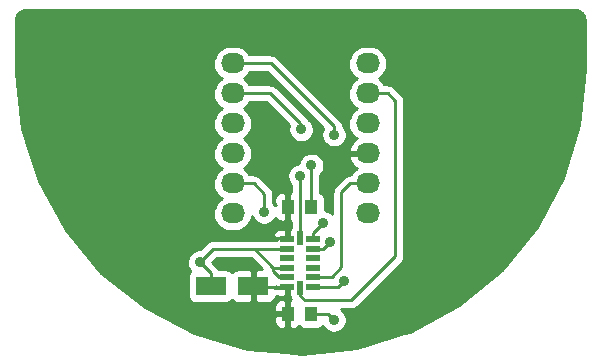
<source format=gtl>
G04 #@! TF.FileFunction,Copper,L1,Top,Signal*
%FSLAX46Y46*%
G04 Gerber Fmt 4.6, Leading zero omitted, Abs format (unit mm)*
G04 Created by KiCad (PCBNEW (2015-04-22 BZR 5620)-product) date 02/01/2016 09:16:18*
%MOMM*%
G01*
G04 APERTURE LIST*
%ADD10C,0.100000*%
%ADD11O,2.032000X1.727200*%
%ADD12R,2.600960X1.600200*%
%ADD13R,1.000000X1.250000*%
%ADD14R,1.145000X0.550000*%
%ADD15R,0.550000X1.145000*%
%ADD16C,0.889000*%
%ADD17C,0.254000*%
G04 APERTURE END LIST*
D10*
D11*
X202565000Y-103632000D03*
X202565000Y-106172000D03*
X202565000Y-108712000D03*
X202565000Y-111252000D03*
X202565000Y-113792000D03*
X202565000Y-116332000D03*
X213995000Y-103632000D03*
X213995000Y-106172000D03*
X213995000Y-108712000D03*
X213995000Y-111252000D03*
X213995000Y-113792000D03*
X213995000Y-116332000D03*
D12*
X204302360Y-122491500D03*
X200700640Y-122491500D03*
D13*
X209216500Y-115760500D03*
X207216500Y-115760500D03*
X207216500Y-124841000D03*
X209216500Y-124841000D03*
D14*
X207182500Y-118523000D03*
X207182500Y-122523000D03*
D15*
X208280000Y-118425500D03*
D14*
X207182500Y-119323000D03*
X207182500Y-121723000D03*
X207182500Y-120923000D03*
X209377500Y-118523000D03*
X209377500Y-122523000D03*
X209377500Y-119323000D03*
X209377500Y-121723000D03*
X209377500Y-120923000D03*
X207182500Y-120123000D03*
X209377500Y-120123000D03*
D15*
X208280000Y-122620500D03*
D16*
X211137500Y-125349000D03*
X199771000Y-120459500D03*
X209232500Y-112268000D03*
X211137500Y-109664500D03*
X210820000Y-118745000D03*
X208280000Y-113157000D03*
X208343500Y-109220000D03*
X205232000Y-116205000D03*
X211963000Y-122047000D03*
X210248500Y-117157500D03*
D17*
X210629500Y-124841000D02*
X211137500Y-125349000D01*
X209216500Y-124841000D02*
X210629500Y-124841000D01*
X200907500Y-119323000D02*
X199771000Y-120459500D01*
X200700640Y-121389140D02*
X200700640Y-122491500D01*
X200700640Y-121389140D02*
X199771000Y-120459500D01*
X204413000Y-119323000D02*
X200907500Y-119323000D01*
X207182500Y-119323000D02*
X204413000Y-119323000D01*
X206013000Y-120923000D02*
X204413000Y-119323000D01*
X207182500Y-120923000D02*
X206013000Y-120923000D01*
X207182500Y-121723000D02*
X206813000Y-121723000D01*
X206495500Y-121723000D02*
X206013000Y-121240500D01*
X206013000Y-121240500D02*
X206013000Y-120923000D01*
X207182500Y-121723000D02*
X206495500Y-121723000D01*
X209216500Y-112284000D02*
X209232500Y-112268000D01*
X209216500Y-115760500D02*
X209216500Y-112284000D01*
X207216500Y-122557000D02*
X207182500Y-122523000D01*
X207216500Y-124841000D02*
X207216500Y-122557000D01*
X204333860Y-122523000D02*
X204302360Y-122491500D01*
X207182500Y-122523000D02*
X204333860Y-122523000D01*
X207216500Y-118489000D02*
X207182500Y-118523000D01*
X207216500Y-115760500D02*
X207216500Y-118489000D01*
X211137500Y-108966000D02*
X205803500Y-103632000D01*
X205803500Y-103632000D02*
X202565000Y-103632000D01*
X211137500Y-109664500D02*
X211137500Y-108966000D01*
X210248500Y-119316500D02*
X210820000Y-118745000D01*
X209384000Y-119316500D02*
X210248500Y-119316500D01*
X209377500Y-119323000D02*
X209384000Y-119316500D01*
X208343500Y-109220000D02*
X208280000Y-109156500D01*
X208280000Y-109156500D02*
X208280000Y-108712000D01*
X205740000Y-106172000D02*
X202565000Y-106172000D01*
X208280000Y-108712000D02*
X205740000Y-106172000D01*
X208280000Y-118425500D02*
X208280000Y-113157000D01*
X205232000Y-116205000D02*
X205232000Y-114681000D01*
X205232000Y-114681000D02*
X204343000Y-113792000D01*
X204343000Y-113792000D02*
X202565000Y-113792000D01*
X209377500Y-122523000D02*
X211487000Y-122523000D01*
X211487000Y-122523000D02*
X211963000Y-122047000D01*
X209377500Y-118028500D02*
X209377500Y-118523000D01*
X209377500Y-118028500D02*
X210248500Y-117157500D01*
X208280000Y-123317000D02*
X208661000Y-123698000D01*
X208661000Y-123698000D02*
X212598000Y-123698000D01*
X212598000Y-123698000D02*
X216344500Y-119951500D01*
X216344500Y-119951500D02*
X216344500Y-106807000D01*
X216344500Y-106807000D02*
X215709500Y-106172000D01*
X215709500Y-106172000D02*
X213995000Y-106172000D01*
X208280000Y-122620500D02*
X208280000Y-123317000D01*
X210953500Y-121723000D02*
X211772500Y-120904000D01*
X211772500Y-120904000D02*
X211772500Y-114554000D01*
X211772500Y-114554000D02*
X212534500Y-113792000D01*
X212534500Y-113792000D02*
X213995000Y-113792000D01*
X209377500Y-121723000D02*
X210953500Y-121723000D01*
G36*
X232360000Y-104106495D02*
X231898177Y-108816525D01*
X230540031Y-113314924D01*
X228334008Y-117463850D01*
X225364132Y-121105276D01*
X221743527Y-124100501D01*
X217610103Y-126335435D01*
X217106500Y-126491326D01*
X217106500Y-119951500D01*
X217106500Y-106807000D01*
X217099630Y-106736936D01*
X217093497Y-106666830D01*
X217092379Y-106662982D01*
X217091988Y-106658993D01*
X217071649Y-106591627D01*
X217052007Y-106524018D01*
X217050161Y-106520457D01*
X217049004Y-106516624D01*
X217015962Y-106454482D01*
X216983567Y-106391986D01*
X216981068Y-106388855D01*
X216979186Y-106385316D01*
X216934699Y-106330769D01*
X216890786Y-106275760D01*
X216885284Y-106270181D01*
X216885193Y-106270069D01*
X216885089Y-106269983D01*
X216883316Y-106268185D01*
X216248315Y-105633185D01*
X216193900Y-105588487D01*
X216140005Y-105543264D01*
X216136497Y-105541335D01*
X216133397Y-105538789D01*
X216071331Y-105505510D01*
X216009684Y-105471619D01*
X216005863Y-105470407D01*
X216002333Y-105468514D01*
X215935035Y-105447939D01*
X215867929Y-105426652D01*
X215863945Y-105426205D01*
X215860115Y-105425034D01*
X215790127Y-105417924D01*
X215720139Y-105410074D01*
X215712302Y-105410019D01*
X215712160Y-105410005D01*
X215712026Y-105410017D01*
X215709500Y-105410000D01*
X215439986Y-105410000D01*
X215409363Y-105351422D01*
X215226097Y-105123485D01*
X215002048Y-104935485D01*
X214942413Y-104902700D01*
X214984701Y-104880216D01*
X215211353Y-104695363D01*
X215397784Y-104470006D01*
X215536892Y-104212731D01*
X215623379Y-103933335D01*
X215653951Y-103642462D01*
X215627444Y-103351190D01*
X215544866Y-103070615D01*
X215409363Y-102811422D01*
X215226097Y-102583485D01*
X215002048Y-102395485D01*
X214745749Y-102254584D01*
X214466964Y-102166148D01*
X214176312Y-102133546D01*
X214155388Y-102133400D01*
X213834612Y-102133400D01*
X213543532Y-102161941D01*
X213263540Y-102246475D01*
X213005299Y-102383784D01*
X212778647Y-102568637D01*
X212592216Y-102793994D01*
X212453108Y-103051269D01*
X212366621Y-103330665D01*
X212336049Y-103621538D01*
X212362556Y-103912810D01*
X212445134Y-104193385D01*
X212580637Y-104452578D01*
X212763903Y-104680515D01*
X212987952Y-104868515D01*
X213047586Y-104901299D01*
X213005299Y-104923784D01*
X212778647Y-105108637D01*
X212592216Y-105333994D01*
X212453108Y-105591269D01*
X212366621Y-105870665D01*
X212336049Y-106161538D01*
X212362556Y-106452810D01*
X212445134Y-106733385D01*
X212580637Y-106992578D01*
X212763903Y-107220515D01*
X212987952Y-107408515D01*
X213047586Y-107441299D01*
X213005299Y-107463784D01*
X212778647Y-107648637D01*
X212592216Y-107873994D01*
X212453108Y-108131269D01*
X212366621Y-108410665D01*
X212336049Y-108701538D01*
X212362556Y-108992810D01*
X212445134Y-109273385D01*
X212580637Y-109532578D01*
X212763903Y-109760515D01*
X212987952Y-109948515D01*
X213049872Y-109982555D01*
X212843271Y-110133514D01*
X212644267Y-110349965D01*
X212491314Y-110601081D01*
X212390291Y-110877211D01*
X212387642Y-110892974D01*
X212508783Y-111125000D01*
X213868000Y-111125000D01*
X213868000Y-111105000D01*
X214122000Y-111105000D01*
X214122000Y-111125000D01*
X214142000Y-111125000D01*
X214142000Y-111379000D01*
X214122000Y-111379000D01*
X214122000Y-111399000D01*
X213868000Y-111399000D01*
X213868000Y-111379000D01*
X212508783Y-111379000D01*
X212387642Y-111611026D01*
X212390291Y-111626789D01*
X212491314Y-111902919D01*
X212644267Y-112154035D01*
X212843271Y-112370486D01*
X213048794Y-112520656D01*
X213005299Y-112543784D01*
X212778647Y-112728637D01*
X212592216Y-112953994D01*
X212551119Y-113030000D01*
X212534500Y-113030000D01*
X212464436Y-113036869D01*
X212394330Y-113043003D01*
X212390482Y-113044120D01*
X212386493Y-113044512D01*
X212319081Y-113064864D01*
X212251518Y-113084494D01*
X212247962Y-113086337D01*
X212244124Y-113087496D01*
X212217046Y-113101893D01*
X212217046Y-109558650D01*
X212175926Y-109350981D01*
X212095254Y-109155253D01*
X211978100Y-108978923D01*
X211892334Y-108892556D01*
X211886496Y-108825829D01*
X211885379Y-108821985D01*
X211884988Y-108817993D01*
X211864626Y-108750552D01*
X211845006Y-108683018D01*
X211843162Y-108679462D01*
X211842004Y-108675624D01*
X211808954Y-108613467D01*
X211776567Y-108550985D01*
X211774066Y-108547852D01*
X211772186Y-108544316D01*
X211727716Y-108489791D01*
X211683786Y-108434760D01*
X211678287Y-108429185D01*
X211678193Y-108429069D01*
X211678085Y-108428979D01*
X211676315Y-108427185D01*
X206342315Y-103093185D01*
X206287900Y-103048487D01*
X206234005Y-103003264D01*
X206230497Y-103001335D01*
X206227397Y-102998789D01*
X206165331Y-102965510D01*
X206103684Y-102931619D01*
X206099863Y-102930407D01*
X206096333Y-102928514D01*
X206029035Y-102907939D01*
X205961929Y-102886652D01*
X205957945Y-102886205D01*
X205954115Y-102885034D01*
X205884127Y-102877924D01*
X205814139Y-102870074D01*
X205806302Y-102870019D01*
X205806160Y-102870005D01*
X205806026Y-102870017D01*
X205803500Y-102870000D01*
X204009986Y-102870000D01*
X203979363Y-102811422D01*
X203796097Y-102583485D01*
X203572048Y-102395485D01*
X203315749Y-102254584D01*
X203036964Y-102166148D01*
X202746312Y-102133546D01*
X202725388Y-102133400D01*
X202404612Y-102133400D01*
X202113532Y-102161941D01*
X201833540Y-102246475D01*
X201575299Y-102383784D01*
X201348647Y-102568637D01*
X201162216Y-102793994D01*
X201023108Y-103051269D01*
X200936621Y-103330665D01*
X200906049Y-103621538D01*
X200932556Y-103912810D01*
X201015134Y-104193385D01*
X201150637Y-104452578D01*
X201333903Y-104680515D01*
X201557952Y-104868515D01*
X201617586Y-104901299D01*
X201575299Y-104923784D01*
X201348647Y-105108637D01*
X201162216Y-105333994D01*
X201023108Y-105591269D01*
X200936621Y-105870665D01*
X200906049Y-106161538D01*
X200932556Y-106452810D01*
X201015134Y-106733385D01*
X201150637Y-106992578D01*
X201333903Y-107220515D01*
X201557952Y-107408515D01*
X201617586Y-107441299D01*
X201575299Y-107463784D01*
X201348647Y-107648637D01*
X201162216Y-107873994D01*
X201023108Y-108131269D01*
X200936621Y-108410665D01*
X200906049Y-108701538D01*
X200932556Y-108992810D01*
X201015134Y-109273385D01*
X201150637Y-109532578D01*
X201333903Y-109760515D01*
X201557952Y-109948515D01*
X201617586Y-109981299D01*
X201575299Y-110003784D01*
X201348647Y-110188637D01*
X201162216Y-110413994D01*
X201023108Y-110671269D01*
X200936621Y-110950665D01*
X200906049Y-111241538D01*
X200932556Y-111532810D01*
X201015134Y-111813385D01*
X201150637Y-112072578D01*
X201333903Y-112300515D01*
X201557952Y-112488515D01*
X201617586Y-112521299D01*
X201575299Y-112543784D01*
X201348647Y-112728637D01*
X201162216Y-112953994D01*
X201023108Y-113211269D01*
X200936621Y-113490665D01*
X200906049Y-113781538D01*
X200932556Y-114072810D01*
X201015134Y-114353385D01*
X201150637Y-114612578D01*
X201333903Y-114840515D01*
X201557952Y-115028515D01*
X201617586Y-115061299D01*
X201575299Y-115083784D01*
X201348647Y-115268637D01*
X201162216Y-115493994D01*
X201023108Y-115751269D01*
X200936621Y-116030665D01*
X200906049Y-116321538D01*
X200932556Y-116612810D01*
X201015134Y-116893385D01*
X201150637Y-117152578D01*
X201333903Y-117380515D01*
X201557952Y-117568515D01*
X201814251Y-117709416D01*
X202093036Y-117797852D01*
X202383688Y-117830454D01*
X202404612Y-117830600D01*
X202725388Y-117830600D01*
X203016468Y-117802059D01*
X203296460Y-117717525D01*
X203554701Y-117580216D01*
X203781353Y-117395363D01*
X203967784Y-117170006D01*
X204106892Y-116912731D01*
X204193379Y-116633335D01*
X204203265Y-116539270D01*
X204267230Y-116700825D01*
X204381910Y-116878773D01*
X204528969Y-117031058D01*
X204702807Y-117151879D01*
X204896802Y-117236633D01*
X205103564Y-117282093D01*
X205315219Y-117286526D01*
X205523704Y-117249765D01*
X205721077Y-117173208D01*
X205899822Y-117059773D01*
X206053130Y-116913780D01*
X206175161Y-116740790D01*
X206181170Y-116727292D01*
X206223263Y-116790289D01*
X206311711Y-116878737D01*
X206415715Y-116948230D01*
X206531277Y-116996097D01*
X206653958Y-117020500D01*
X206930750Y-117020500D01*
X207089500Y-116861750D01*
X207089500Y-115887500D01*
X207069500Y-115887500D01*
X207069500Y-115633500D01*
X207089500Y-115633500D01*
X207089500Y-114659250D01*
X206930750Y-114500500D01*
X206653958Y-114500500D01*
X206531277Y-114524903D01*
X206415715Y-114572770D01*
X206311711Y-114642263D01*
X206223263Y-114730711D01*
X206153770Y-114834715D01*
X206105903Y-114950277D01*
X206081500Y-115072958D01*
X206081500Y-115198042D01*
X206081500Y-115474750D01*
X206240248Y-115633498D01*
X206148391Y-115633498D01*
X206072600Y-115519423D01*
X205994000Y-115440272D01*
X205994000Y-114681000D01*
X205987130Y-114610936D01*
X205980997Y-114540830D01*
X205979879Y-114536982D01*
X205979488Y-114532993D01*
X205959135Y-114465581D01*
X205939506Y-114398018D01*
X205937662Y-114394462D01*
X205936504Y-114390624D01*
X205903443Y-114328446D01*
X205871067Y-114265986D01*
X205868568Y-114262855D01*
X205866686Y-114259316D01*
X205822199Y-114204769D01*
X205778286Y-114149760D01*
X205772787Y-114144185D01*
X205772693Y-114144069D01*
X205772585Y-114143979D01*
X205770815Y-114142185D01*
X204881815Y-113253185D01*
X204827400Y-113208487D01*
X204773505Y-113163264D01*
X204769997Y-113161335D01*
X204766897Y-113158789D01*
X204704831Y-113125510D01*
X204643184Y-113091619D01*
X204639363Y-113090407D01*
X204635833Y-113088514D01*
X204568535Y-113067939D01*
X204501429Y-113046652D01*
X204497445Y-113046205D01*
X204493615Y-113045034D01*
X204423627Y-113037924D01*
X204353639Y-113030074D01*
X204345802Y-113030019D01*
X204345660Y-113030005D01*
X204345526Y-113030017D01*
X204343000Y-113030000D01*
X204009986Y-113030000D01*
X203979363Y-112971422D01*
X203796097Y-112743485D01*
X203572048Y-112555485D01*
X203512413Y-112522700D01*
X203554701Y-112500216D01*
X203781353Y-112315363D01*
X203967784Y-112090006D01*
X204106892Y-111832731D01*
X204193379Y-111553335D01*
X204223951Y-111262462D01*
X204197444Y-110971190D01*
X204114866Y-110690615D01*
X203979363Y-110431422D01*
X203796097Y-110203485D01*
X203572048Y-110015485D01*
X203512413Y-109982700D01*
X203554701Y-109960216D01*
X203781353Y-109775363D01*
X203967784Y-109550006D01*
X204106892Y-109292731D01*
X204193379Y-109013335D01*
X204223951Y-108722462D01*
X204197444Y-108431190D01*
X204114866Y-108150615D01*
X203979363Y-107891422D01*
X203796097Y-107663485D01*
X203572048Y-107475485D01*
X203512413Y-107442700D01*
X203554701Y-107420216D01*
X203781353Y-107235363D01*
X203967784Y-107010006D01*
X204008880Y-106934000D01*
X205424369Y-106934000D01*
X207331401Y-108841032D01*
X207309552Y-108892012D01*
X207265537Y-109099087D01*
X207262581Y-109310767D01*
X207300797Y-109518990D01*
X207378730Y-109715825D01*
X207493410Y-109893773D01*
X207640469Y-110046058D01*
X207814307Y-110166879D01*
X208008302Y-110251633D01*
X208215064Y-110297093D01*
X208426719Y-110301526D01*
X208635204Y-110264765D01*
X208832577Y-110188208D01*
X209011322Y-110074773D01*
X209164630Y-109928780D01*
X209286661Y-109755790D01*
X209372768Y-109562392D01*
X209419670Y-109355952D01*
X209423046Y-109114150D01*
X209381926Y-108906481D01*
X209301254Y-108710753D01*
X209184100Y-108534423D01*
X209034928Y-108384207D01*
X208926297Y-108310934D01*
X208919067Y-108296985D01*
X208916566Y-108293852D01*
X208914686Y-108290316D01*
X208870216Y-108235791D01*
X208826286Y-108180760D01*
X208820784Y-108175181D01*
X208820693Y-108175069D01*
X208820589Y-108174983D01*
X208818815Y-108173184D01*
X206278815Y-105633185D01*
X206224400Y-105588487D01*
X206170505Y-105543264D01*
X206166997Y-105541335D01*
X206163897Y-105538789D01*
X206101831Y-105505510D01*
X206040184Y-105471619D01*
X206036363Y-105470407D01*
X206032833Y-105468514D01*
X205965535Y-105447939D01*
X205898429Y-105426652D01*
X205894445Y-105426205D01*
X205890615Y-105425034D01*
X205820627Y-105417924D01*
X205750639Y-105410074D01*
X205742802Y-105410019D01*
X205742660Y-105410005D01*
X205742526Y-105410017D01*
X205740000Y-105410000D01*
X204009986Y-105410000D01*
X203979363Y-105351422D01*
X203796097Y-105123485D01*
X203572048Y-104935485D01*
X203512413Y-104902700D01*
X203554701Y-104880216D01*
X203781353Y-104695363D01*
X203967784Y-104470006D01*
X204008880Y-104394000D01*
X205487870Y-104394000D01*
X210206804Y-109112934D01*
X210186950Y-109141931D01*
X210103552Y-109336512D01*
X210059537Y-109543587D01*
X210056581Y-109755267D01*
X210094797Y-109963490D01*
X210172730Y-110160325D01*
X210287410Y-110338273D01*
X210434469Y-110490558D01*
X210608307Y-110611379D01*
X210802302Y-110696133D01*
X211009064Y-110741593D01*
X211220719Y-110746026D01*
X211429204Y-110709265D01*
X211626577Y-110632708D01*
X211805322Y-110519273D01*
X211958630Y-110373280D01*
X212080661Y-110200290D01*
X212166768Y-110006892D01*
X212213670Y-109800452D01*
X212217046Y-109558650D01*
X212217046Y-113101893D01*
X212181946Y-113120556D01*
X212119486Y-113152933D01*
X212116355Y-113155431D01*
X212112816Y-113157314D01*
X212058269Y-113201800D01*
X212003260Y-113245714D01*
X211997681Y-113251215D01*
X211997569Y-113251307D01*
X211997483Y-113251410D01*
X211995685Y-113253184D01*
X211233685Y-114015185D01*
X211188987Y-114069599D01*
X211143764Y-114123495D01*
X211141835Y-114127002D01*
X211139289Y-114130103D01*
X211106010Y-114192168D01*
X211072119Y-114253816D01*
X211070907Y-114257636D01*
X211069014Y-114261167D01*
X211048439Y-114328464D01*
X211027152Y-114395571D01*
X211026705Y-114399554D01*
X211025534Y-114403385D01*
X211018424Y-114473372D01*
X211010574Y-114543361D01*
X211010519Y-114551197D01*
X211010505Y-114551340D01*
X211010517Y-114551473D01*
X211010500Y-114554000D01*
X211010500Y-116392772D01*
X210939928Y-116321707D01*
X210764421Y-116203325D01*
X210569261Y-116121288D01*
X210361884Y-116078719D01*
X210354572Y-116078667D01*
X210354572Y-115135500D01*
X210346197Y-115032457D01*
X210292727Y-114861459D01*
X210193826Y-114712066D01*
X210057292Y-114596058D01*
X209978500Y-114560627D01*
X209978500Y-113048325D01*
X210053630Y-112976780D01*
X210175661Y-112803790D01*
X210261768Y-112610392D01*
X210308670Y-112403952D01*
X210312046Y-112162150D01*
X210270926Y-111954481D01*
X210190254Y-111758753D01*
X210073100Y-111582423D01*
X209923928Y-111432207D01*
X209748421Y-111313825D01*
X209553261Y-111231788D01*
X209345884Y-111189219D01*
X209134189Y-111187741D01*
X208926238Y-111227410D01*
X208729952Y-111306715D01*
X208552808Y-111422634D01*
X208401554Y-111570753D01*
X208281950Y-111745431D01*
X208198552Y-111940012D01*
X208168973Y-112079166D01*
X207973738Y-112116410D01*
X207777452Y-112195715D01*
X207600308Y-112311634D01*
X207449054Y-112459753D01*
X207329450Y-112634431D01*
X207246052Y-112829012D01*
X207202037Y-113036087D01*
X207199081Y-113247767D01*
X207237297Y-113455990D01*
X207315230Y-113652825D01*
X207429910Y-113830773D01*
X207518000Y-113921993D01*
X207518000Y-114500500D01*
X207502250Y-114500500D01*
X207343500Y-114659250D01*
X207343500Y-115633500D01*
X207363500Y-115633500D01*
X207363500Y-115887500D01*
X207343500Y-115887500D01*
X207343500Y-116861750D01*
X207502250Y-117020500D01*
X207518000Y-117020500D01*
X207518000Y-117450487D01*
X207465558Y-117512208D01*
X207392081Y-117675611D01*
X207389840Y-117691409D01*
X207309500Y-117771750D01*
X207309500Y-118396000D01*
X207329500Y-118396000D01*
X207329500Y-118409928D01*
X207055500Y-118409928D01*
X207055500Y-118396000D01*
X207055500Y-117771750D01*
X206896750Y-117613000D01*
X206672542Y-117613000D01*
X206547458Y-117613000D01*
X206424777Y-117637403D01*
X206309215Y-117685270D01*
X206205211Y-117754763D01*
X206116763Y-117843211D01*
X206047270Y-117947215D01*
X205999403Y-118062777D01*
X205975000Y-118185458D01*
X205975000Y-118237250D01*
X206133750Y-118396000D01*
X207055500Y-118396000D01*
X207055500Y-118409928D01*
X206610000Y-118409928D01*
X206506957Y-118418303D01*
X206335959Y-118471773D01*
X206201178Y-118561000D01*
X204413000Y-118561000D01*
X200907500Y-118561000D01*
X200837436Y-118567869D01*
X200767330Y-118574003D01*
X200763482Y-118575120D01*
X200759493Y-118575512D01*
X200692081Y-118595864D01*
X200624518Y-118615494D01*
X200620962Y-118617337D01*
X200617124Y-118618496D01*
X200554946Y-118651556D01*
X200492486Y-118683933D01*
X200489355Y-118686431D01*
X200485816Y-118688314D01*
X200431269Y-118732800D01*
X200376260Y-118776714D01*
X200370681Y-118782215D01*
X200370569Y-118782307D01*
X200370483Y-118782410D01*
X200368685Y-118784184D01*
X199772928Y-119379940D01*
X199672689Y-119379241D01*
X199464738Y-119418910D01*
X199268452Y-119498215D01*
X199091308Y-119614134D01*
X198940054Y-119762253D01*
X198820450Y-119936931D01*
X198737052Y-120131512D01*
X198693037Y-120338587D01*
X198690081Y-120550267D01*
X198728297Y-120758490D01*
X198806230Y-120955325D01*
X198920910Y-121133273D01*
X198990275Y-121205103D01*
X198976726Y-121214074D01*
X198860718Y-121350608D01*
X198787241Y-121514011D01*
X198762088Y-121691400D01*
X198762088Y-123291600D01*
X198770463Y-123394643D01*
X198823933Y-123565641D01*
X198922834Y-123715034D01*
X199059368Y-123831042D01*
X199222771Y-123904519D01*
X199400160Y-123929672D01*
X202001120Y-123929672D01*
X202104163Y-123921297D01*
X202275161Y-123867827D01*
X202424554Y-123768926D01*
X202498757Y-123681593D01*
X202508643Y-123696389D01*
X202597091Y-123784837D01*
X202701095Y-123854330D01*
X202816657Y-123902197D01*
X202939338Y-123926600D01*
X204016610Y-123926600D01*
X204175360Y-123767850D01*
X204175360Y-122618500D01*
X204155360Y-122618500D01*
X204155360Y-122364500D01*
X204175360Y-122364500D01*
X204175360Y-121215150D01*
X204016610Y-121056400D01*
X202939338Y-121056400D01*
X202816657Y-121080803D01*
X202701095Y-121128670D01*
X202597091Y-121198163D01*
X202508643Y-121286611D01*
X202499674Y-121300032D01*
X202478446Y-121267966D01*
X202341912Y-121151958D01*
X202178509Y-121078481D01*
X202001120Y-121053328D01*
X201380985Y-121053328D01*
X201372073Y-121036567D01*
X201339706Y-120974125D01*
X201337208Y-120970996D01*
X201335326Y-120967456D01*
X201290834Y-120912903D01*
X201246926Y-120857900D01*
X201241424Y-120852321D01*
X201241333Y-120852209D01*
X201241229Y-120852123D01*
X201239455Y-120850324D01*
X200849062Y-120459931D01*
X200849074Y-120459056D01*
X201223130Y-120085000D01*
X204097369Y-120085000D01*
X205068769Y-121056400D01*
X204588110Y-121056400D01*
X204429360Y-121215150D01*
X204429360Y-122364500D01*
X204449360Y-122364500D01*
X204449360Y-122618500D01*
X204429360Y-122618500D01*
X204429360Y-123767850D01*
X204588110Y-123926600D01*
X205665382Y-123926600D01*
X205788063Y-123902197D01*
X205903625Y-123854330D01*
X206007629Y-123784837D01*
X206096077Y-123696389D01*
X206165570Y-123592385D01*
X206213437Y-123476823D01*
X206237840Y-123354142D01*
X206237840Y-123313038D01*
X206309215Y-123360730D01*
X206424777Y-123408597D01*
X206547458Y-123433000D01*
X206672542Y-123433000D01*
X206896750Y-123433000D01*
X207055500Y-123274250D01*
X207055500Y-122650000D01*
X206133750Y-122650000D01*
X206122170Y-122661580D01*
X206079092Y-122618502D01*
X206237840Y-122618502D01*
X206237840Y-122510789D01*
X206269208Y-122537442D01*
X206432611Y-122610919D01*
X206610000Y-122636072D01*
X207329500Y-122636072D01*
X207329500Y-122650000D01*
X207309500Y-122650000D01*
X207309500Y-123274250D01*
X207395325Y-123360075D01*
X207428773Y-123467041D01*
X207504216Y-123581000D01*
X207502250Y-123581000D01*
X207343500Y-123739750D01*
X207343500Y-124714000D01*
X207363500Y-124714000D01*
X207363500Y-124968000D01*
X207343500Y-124968000D01*
X207343500Y-125942250D01*
X207502250Y-126101000D01*
X207779042Y-126101000D01*
X207901723Y-126076597D01*
X208017285Y-126028730D01*
X208121289Y-125959237D01*
X208209737Y-125870789D01*
X208218323Y-125857938D01*
X208239174Y-125889434D01*
X208375708Y-126005442D01*
X208539111Y-126078919D01*
X208716500Y-126104072D01*
X209716500Y-126104072D01*
X209819543Y-126095697D01*
X209990541Y-126042227D01*
X210139934Y-125943326D01*
X210194683Y-125878889D01*
X210287410Y-126022773D01*
X210434469Y-126175058D01*
X210608307Y-126295879D01*
X210802302Y-126380633D01*
X211009064Y-126426093D01*
X211220719Y-126430526D01*
X211429204Y-126393765D01*
X211626577Y-126317208D01*
X211805322Y-126203773D01*
X211958630Y-126057780D01*
X212080661Y-125884790D01*
X212166768Y-125691392D01*
X212213670Y-125484952D01*
X212217046Y-125243150D01*
X212175926Y-125035481D01*
X212095254Y-124839753D01*
X211978100Y-124663423D01*
X211828928Y-124513207D01*
X211750046Y-124460000D01*
X212598000Y-124460000D01*
X212668113Y-124453125D01*
X212738170Y-124446996D01*
X212742012Y-124445879D01*
X212746007Y-124445488D01*
X212813459Y-124425122D01*
X212880982Y-124405506D01*
X212884537Y-124403662D01*
X212888376Y-124402504D01*
X212950553Y-124369443D01*
X213013014Y-124337067D01*
X213016144Y-124334568D01*
X213019684Y-124332686D01*
X213074230Y-124288199D01*
X213129240Y-124244286D01*
X213134814Y-124238787D01*
X213134931Y-124238693D01*
X213135020Y-124238585D01*
X213136815Y-124236815D01*
X216883315Y-120490315D01*
X216928012Y-120435900D01*
X216973236Y-120382005D01*
X216975164Y-120378497D01*
X216977711Y-120375397D01*
X217010989Y-120313331D01*
X217044881Y-120251684D01*
X217046092Y-120247863D01*
X217047986Y-120244333D01*
X217068560Y-120177035D01*
X217089848Y-120109929D01*
X217090294Y-120105945D01*
X217091466Y-120102115D01*
X217098575Y-120032127D01*
X217106426Y-119962139D01*
X217106480Y-119954302D01*
X217106495Y-119954160D01*
X217106482Y-119954026D01*
X217106500Y-119951500D01*
X217106500Y-126491326D01*
X213121292Y-127724955D01*
X208448084Y-128216127D01*
X207089500Y-128092486D01*
X207089500Y-125942250D01*
X207089500Y-124968000D01*
X207089500Y-124714000D01*
X207089500Y-123739750D01*
X207055500Y-123705750D01*
X206930750Y-123581000D01*
X206653958Y-123581000D01*
X206531277Y-123605403D01*
X206415715Y-123653270D01*
X206311711Y-123722763D01*
X206223263Y-123811211D01*
X206153770Y-123915215D01*
X206105903Y-124030777D01*
X206081500Y-124153458D01*
X206081500Y-124278542D01*
X206081500Y-124555250D01*
X206240250Y-124714000D01*
X207089500Y-124714000D01*
X207089500Y-124968000D01*
X206240250Y-124968000D01*
X206081500Y-125126750D01*
X206081500Y-125403458D01*
X206081500Y-125528542D01*
X206105903Y-125651223D01*
X206153770Y-125766785D01*
X206223263Y-125870789D01*
X206311711Y-125959237D01*
X206415715Y-126028730D01*
X206531277Y-126076597D01*
X206653958Y-126101000D01*
X206930750Y-126101000D01*
X207089500Y-125942250D01*
X207089500Y-128092486D01*
X203768472Y-127790250D01*
X199260702Y-126463541D01*
X195096477Y-124286536D01*
X191434403Y-121342153D01*
X188413976Y-117742549D01*
X186150239Y-113624826D01*
X184729419Y-109145829D01*
X184202146Y-104445089D01*
X184200000Y-104137653D01*
X184200000Y-99958503D01*
X184218743Y-99767336D01*
X184264532Y-99615678D01*
X184338904Y-99475804D01*
X184439030Y-99353038D01*
X184561093Y-99252059D01*
X184700449Y-99176709D01*
X184851780Y-99129864D01*
X185040782Y-99110000D01*
X231511496Y-99110000D01*
X231702663Y-99128743D01*
X231854321Y-99174532D01*
X231994195Y-99248904D01*
X232116961Y-99349030D01*
X232217940Y-99471093D01*
X232293290Y-99610449D01*
X232340135Y-99761780D01*
X232360000Y-99950782D01*
X232360000Y-104106495D01*
X232360000Y-104106495D01*
G37*
X232360000Y-104106495D02*
X231898177Y-108816525D01*
X230540031Y-113314924D01*
X228334008Y-117463850D01*
X225364132Y-121105276D01*
X221743527Y-124100501D01*
X217610103Y-126335435D01*
X217106500Y-126491326D01*
X217106500Y-119951500D01*
X217106500Y-106807000D01*
X217099630Y-106736936D01*
X217093497Y-106666830D01*
X217092379Y-106662982D01*
X217091988Y-106658993D01*
X217071649Y-106591627D01*
X217052007Y-106524018D01*
X217050161Y-106520457D01*
X217049004Y-106516624D01*
X217015962Y-106454482D01*
X216983567Y-106391986D01*
X216981068Y-106388855D01*
X216979186Y-106385316D01*
X216934699Y-106330769D01*
X216890786Y-106275760D01*
X216885284Y-106270181D01*
X216885193Y-106270069D01*
X216885089Y-106269983D01*
X216883316Y-106268185D01*
X216248315Y-105633185D01*
X216193900Y-105588487D01*
X216140005Y-105543264D01*
X216136497Y-105541335D01*
X216133397Y-105538789D01*
X216071331Y-105505510D01*
X216009684Y-105471619D01*
X216005863Y-105470407D01*
X216002333Y-105468514D01*
X215935035Y-105447939D01*
X215867929Y-105426652D01*
X215863945Y-105426205D01*
X215860115Y-105425034D01*
X215790127Y-105417924D01*
X215720139Y-105410074D01*
X215712302Y-105410019D01*
X215712160Y-105410005D01*
X215712026Y-105410017D01*
X215709500Y-105410000D01*
X215439986Y-105410000D01*
X215409363Y-105351422D01*
X215226097Y-105123485D01*
X215002048Y-104935485D01*
X214942413Y-104902700D01*
X214984701Y-104880216D01*
X215211353Y-104695363D01*
X215397784Y-104470006D01*
X215536892Y-104212731D01*
X215623379Y-103933335D01*
X215653951Y-103642462D01*
X215627444Y-103351190D01*
X215544866Y-103070615D01*
X215409363Y-102811422D01*
X215226097Y-102583485D01*
X215002048Y-102395485D01*
X214745749Y-102254584D01*
X214466964Y-102166148D01*
X214176312Y-102133546D01*
X214155388Y-102133400D01*
X213834612Y-102133400D01*
X213543532Y-102161941D01*
X213263540Y-102246475D01*
X213005299Y-102383784D01*
X212778647Y-102568637D01*
X212592216Y-102793994D01*
X212453108Y-103051269D01*
X212366621Y-103330665D01*
X212336049Y-103621538D01*
X212362556Y-103912810D01*
X212445134Y-104193385D01*
X212580637Y-104452578D01*
X212763903Y-104680515D01*
X212987952Y-104868515D01*
X213047586Y-104901299D01*
X213005299Y-104923784D01*
X212778647Y-105108637D01*
X212592216Y-105333994D01*
X212453108Y-105591269D01*
X212366621Y-105870665D01*
X212336049Y-106161538D01*
X212362556Y-106452810D01*
X212445134Y-106733385D01*
X212580637Y-106992578D01*
X212763903Y-107220515D01*
X212987952Y-107408515D01*
X213047586Y-107441299D01*
X213005299Y-107463784D01*
X212778647Y-107648637D01*
X212592216Y-107873994D01*
X212453108Y-108131269D01*
X212366621Y-108410665D01*
X212336049Y-108701538D01*
X212362556Y-108992810D01*
X212445134Y-109273385D01*
X212580637Y-109532578D01*
X212763903Y-109760515D01*
X212987952Y-109948515D01*
X213049872Y-109982555D01*
X212843271Y-110133514D01*
X212644267Y-110349965D01*
X212491314Y-110601081D01*
X212390291Y-110877211D01*
X212387642Y-110892974D01*
X212508783Y-111125000D01*
X213868000Y-111125000D01*
X213868000Y-111105000D01*
X214122000Y-111105000D01*
X214122000Y-111125000D01*
X214142000Y-111125000D01*
X214142000Y-111379000D01*
X214122000Y-111379000D01*
X214122000Y-111399000D01*
X213868000Y-111399000D01*
X213868000Y-111379000D01*
X212508783Y-111379000D01*
X212387642Y-111611026D01*
X212390291Y-111626789D01*
X212491314Y-111902919D01*
X212644267Y-112154035D01*
X212843271Y-112370486D01*
X213048794Y-112520656D01*
X213005299Y-112543784D01*
X212778647Y-112728637D01*
X212592216Y-112953994D01*
X212551119Y-113030000D01*
X212534500Y-113030000D01*
X212464436Y-113036869D01*
X212394330Y-113043003D01*
X212390482Y-113044120D01*
X212386493Y-113044512D01*
X212319081Y-113064864D01*
X212251518Y-113084494D01*
X212247962Y-113086337D01*
X212244124Y-113087496D01*
X212217046Y-113101893D01*
X212217046Y-109558650D01*
X212175926Y-109350981D01*
X212095254Y-109155253D01*
X211978100Y-108978923D01*
X211892334Y-108892556D01*
X211886496Y-108825829D01*
X211885379Y-108821985D01*
X211884988Y-108817993D01*
X211864626Y-108750552D01*
X211845006Y-108683018D01*
X211843162Y-108679462D01*
X211842004Y-108675624D01*
X211808954Y-108613467D01*
X211776567Y-108550985D01*
X211774066Y-108547852D01*
X211772186Y-108544316D01*
X211727716Y-108489791D01*
X211683786Y-108434760D01*
X211678287Y-108429185D01*
X211678193Y-108429069D01*
X211678085Y-108428979D01*
X211676315Y-108427185D01*
X206342315Y-103093185D01*
X206287900Y-103048487D01*
X206234005Y-103003264D01*
X206230497Y-103001335D01*
X206227397Y-102998789D01*
X206165331Y-102965510D01*
X206103684Y-102931619D01*
X206099863Y-102930407D01*
X206096333Y-102928514D01*
X206029035Y-102907939D01*
X205961929Y-102886652D01*
X205957945Y-102886205D01*
X205954115Y-102885034D01*
X205884127Y-102877924D01*
X205814139Y-102870074D01*
X205806302Y-102870019D01*
X205806160Y-102870005D01*
X205806026Y-102870017D01*
X205803500Y-102870000D01*
X204009986Y-102870000D01*
X203979363Y-102811422D01*
X203796097Y-102583485D01*
X203572048Y-102395485D01*
X203315749Y-102254584D01*
X203036964Y-102166148D01*
X202746312Y-102133546D01*
X202725388Y-102133400D01*
X202404612Y-102133400D01*
X202113532Y-102161941D01*
X201833540Y-102246475D01*
X201575299Y-102383784D01*
X201348647Y-102568637D01*
X201162216Y-102793994D01*
X201023108Y-103051269D01*
X200936621Y-103330665D01*
X200906049Y-103621538D01*
X200932556Y-103912810D01*
X201015134Y-104193385D01*
X201150637Y-104452578D01*
X201333903Y-104680515D01*
X201557952Y-104868515D01*
X201617586Y-104901299D01*
X201575299Y-104923784D01*
X201348647Y-105108637D01*
X201162216Y-105333994D01*
X201023108Y-105591269D01*
X200936621Y-105870665D01*
X200906049Y-106161538D01*
X200932556Y-106452810D01*
X201015134Y-106733385D01*
X201150637Y-106992578D01*
X201333903Y-107220515D01*
X201557952Y-107408515D01*
X201617586Y-107441299D01*
X201575299Y-107463784D01*
X201348647Y-107648637D01*
X201162216Y-107873994D01*
X201023108Y-108131269D01*
X200936621Y-108410665D01*
X200906049Y-108701538D01*
X200932556Y-108992810D01*
X201015134Y-109273385D01*
X201150637Y-109532578D01*
X201333903Y-109760515D01*
X201557952Y-109948515D01*
X201617586Y-109981299D01*
X201575299Y-110003784D01*
X201348647Y-110188637D01*
X201162216Y-110413994D01*
X201023108Y-110671269D01*
X200936621Y-110950665D01*
X200906049Y-111241538D01*
X200932556Y-111532810D01*
X201015134Y-111813385D01*
X201150637Y-112072578D01*
X201333903Y-112300515D01*
X201557952Y-112488515D01*
X201617586Y-112521299D01*
X201575299Y-112543784D01*
X201348647Y-112728637D01*
X201162216Y-112953994D01*
X201023108Y-113211269D01*
X200936621Y-113490665D01*
X200906049Y-113781538D01*
X200932556Y-114072810D01*
X201015134Y-114353385D01*
X201150637Y-114612578D01*
X201333903Y-114840515D01*
X201557952Y-115028515D01*
X201617586Y-115061299D01*
X201575299Y-115083784D01*
X201348647Y-115268637D01*
X201162216Y-115493994D01*
X201023108Y-115751269D01*
X200936621Y-116030665D01*
X200906049Y-116321538D01*
X200932556Y-116612810D01*
X201015134Y-116893385D01*
X201150637Y-117152578D01*
X201333903Y-117380515D01*
X201557952Y-117568515D01*
X201814251Y-117709416D01*
X202093036Y-117797852D01*
X202383688Y-117830454D01*
X202404612Y-117830600D01*
X202725388Y-117830600D01*
X203016468Y-117802059D01*
X203296460Y-117717525D01*
X203554701Y-117580216D01*
X203781353Y-117395363D01*
X203967784Y-117170006D01*
X204106892Y-116912731D01*
X204193379Y-116633335D01*
X204203265Y-116539270D01*
X204267230Y-116700825D01*
X204381910Y-116878773D01*
X204528969Y-117031058D01*
X204702807Y-117151879D01*
X204896802Y-117236633D01*
X205103564Y-117282093D01*
X205315219Y-117286526D01*
X205523704Y-117249765D01*
X205721077Y-117173208D01*
X205899822Y-117059773D01*
X206053130Y-116913780D01*
X206175161Y-116740790D01*
X206181170Y-116727292D01*
X206223263Y-116790289D01*
X206311711Y-116878737D01*
X206415715Y-116948230D01*
X206531277Y-116996097D01*
X206653958Y-117020500D01*
X206930750Y-117020500D01*
X207089500Y-116861750D01*
X207089500Y-115887500D01*
X207069500Y-115887500D01*
X207069500Y-115633500D01*
X207089500Y-115633500D01*
X207089500Y-114659250D01*
X206930750Y-114500500D01*
X206653958Y-114500500D01*
X206531277Y-114524903D01*
X206415715Y-114572770D01*
X206311711Y-114642263D01*
X206223263Y-114730711D01*
X206153770Y-114834715D01*
X206105903Y-114950277D01*
X206081500Y-115072958D01*
X206081500Y-115198042D01*
X206081500Y-115474750D01*
X206240248Y-115633498D01*
X206148391Y-115633498D01*
X206072600Y-115519423D01*
X205994000Y-115440272D01*
X205994000Y-114681000D01*
X205987130Y-114610936D01*
X205980997Y-114540830D01*
X205979879Y-114536982D01*
X205979488Y-114532993D01*
X205959135Y-114465581D01*
X205939506Y-114398018D01*
X205937662Y-114394462D01*
X205936504Y-114390624D01*
X205903443Y-114328446D01*
X205871067Y-114265986D01*
X205868568Y-114262855D01*
X205866686Y-114259316D01*
X205822199Y-114204769D01*
X205778286Y-114149760D01*
X205772787Y-114144185D01*
X205772693Y-114144069D01*
X205772585Y-114143979D01*
X205770815Y-114142185D01*
X204881815Y-113253185D01*
X204827400Y-113208487D01*
X204773505Y-113163264D01*
X204769997Y-113161335D01*
X204766897Y-113158789D01*
X204704831Y-113125510D01*
X204643184Y-113091619D01*
X204639363Y-113090407D01*
X204635833Y-113088514D01*
X204568535Y-113067939D01*
X204501429Y-113046652D01*
X204497445Y-113046205D01*
X204493615Y-113045034D01*
X204423627Y-113037924D01*
X204353639Y-113030074D01*
X204345802Y-113030019D01*
X204345660Y-113030005D01*
X204345526Y-113030017D01*
X204343000Y-113030000D01*
X204009986Y-113030000D01*
X203979363Y-112971422D01*
X203796097Y-112743485D01*
X203572048Y-112555485D01*
X203512413Y-112522700D01*
X203554701Y-112500216D01*
X203781353Y-112315363D01*
X203967784Y-112090006D01*
X204106892Y-111832731D01*
X204193379Y-111553335D01*
X204223951Y-111262462D01*
X204197444Y-110971190D01*
X204114866Y-110690615D01*
X203979363Y-110431422D01*
X203796097Y-110203485D01*
X203572048Y-110015485D01*
X203512413Y-109982700D01*
X203554701Y-109960216D01*
X203781353Y-109775363D01*
X203967784Y-109550006D01*
X204106892Y-109292731D01*
X204193379Y-109013335D01*
X204223951Y-108722462D01*
X204197444Y-108431190D01*
X204114866Y-108150615D01*
X203979363Y-107891422D01*
X203796097Y-107663485D01*
X203572048Y-107475485D01*
X203512413Y-107442700D01*
X203554701Y-107420216D01*
X203781353Y-107235363D01*
X203967784Y-107010006D01*
X204008880Y-106934000D01*
X205424369Y-106934000D01*
X207331401Y-108841032D01*
X207309552Y-108892012D01*
X207265537Y-109099087D01*
X207262581Y-109310767D01*
X207300797Y-109518990D01*
X207378730Y-109715825D01*
X207493410Y-109893773D01*
X207640469Y-110046058D01*
X207814307Y-110166879D01*
X208008302Y-110251633D01*
X208215064Y-110297093D01*
X208426719Y-110301526D01*
X208635204Y-110264765D01*
X208832577Y-110188208D01*
X209011322Y-110074773D01*
X209164630Y-109928780D01*
X209286661Y-109755790D01*
X209372768Y-109562392D01*
X209419670Y-109355952D01*
X209423046Y-109114150D01*
X209381926Y-108906481D01*
X209301254Y-108710753D01*
X209184100Y-108534423D01*
X209034928Y-108384207D01*
X208926297Y-108310934D01*
X208919067Y-108296985D01*
X208916566Y-108293852D01*
X208914686Y-108290316D01*
X208870216Y-108235791D01*
X208826286Y-108180760D01*
X208820784Y-108175181D01*
X208820693Y-108175069D01*
X208820589Y-108174983D01*
X208818815Y-108173184D01*
X206278815Y-105633185D01*
X206224400Y-105588487D01*
X206170505Y-105543264D01*
X206166997Y-105541335D01*
X206163897Y-105538789D01*
X206101831Y-105505510D01*
X206040184Y-105471619D01*
X206036363Y-105470407D01*
X206032833Y-105468514D01*
X205965535Y-105447939D01*
X205898429Y-105426652D01*
X205894445Y-105426205D01*
X205890615Y-105425034D01*
X205820627Y-105417924D01*
X205750639Y-105410074D01*
X205742802Y-105410019D01*
X205742660Y-105410005D01*
X205742526Y-105410017D01*
X205740000Y-105410000D01*
X204009986Y-105410000D01*
X203979363Y-105351422D01*
X203796097Y-105123485D01*
X203572048Y-104935485D01*
X203512413Y-104902700D01*
X203554701Y-104880216D01*
X203781353Y-104695363D01*
X203967784Y-104470006D01*
X204008880Y-104394000D01*
X205487870Y-104394000D01*
X210206804Y-109112934D01*
X210186950Y-109141931D01*
X210103552Y-109336512D01*
X210059537Y-109543587D01*
X210056581Y-109755267D01*
X210094797Y-109963490D01*
X210172730Y-110160325D01*
X210287410Y-110338273D01*
X210434469Y-110490558D01*
X210608307Y-110611379D01*
X210802302Y-110696133D01*
X211009064Y-110741593D01*
X211220719Y-110746026D01*
X211429204Y-110709265D01*
X211626577Y-110632708D01*
X211805322Y-110519273D01*
X211958630Y-110373280D01*
X212080661Y-110200290D01*
X212166768Y-110006892D01*
X212213670Y-109800452D01*
X212217046Y-109558650D01*
X212217046Y-113101893D01*
X212181946Y-113120556D01*
X212119486Y-113152933D01*
X212116355Y-113155431D01*
X212112816Y-113157314D01*
X212058269Y-113201800D01*
X212003260Y-113245714D01*
X211997681Y-113251215D01*
X211997569Y-113251307D01*
X211997483Y-113251410D01*
X211995685Y-113253184D01*
X211233685Y-114015185D01*
X211188987Y-114069599D01*
X211143764Y-114123495D01*
X211141835Y-114127002D01*
X211139289Y-114130103D01*
X211106010Y-114192168D01*
X211072119Y-114253816D01*
X211070907Y-114257636D01*
X211069014Y-114261167D01*
X211048439Y-114328464D01*
X211027152Y-114395571D01*
X211026705Y-114399554D01*
X211025534Y-114403385D01*
X211018424Y-114473372D01*
X211010574Y-114543361D01*
X211010519Y-114551197D01*
X211010505Y-114551340D01*
X211010517Y-114551473D01*
X211010500Y-114554000D01*
X211010500Y-116392772D01*
X210939928Y-116321707D01*
X210764421Y-116203325D01*
X210569261Y-116121288D01*
X210361884Y-116078719D01*
X210354572Y-116078667D01*
X210354572Y-115135500D01*
X210346197Y-115032457D01*
X210292727Y-114861459D01*
X210193826Y-114712066D01*
X210057292Y-114596058D01*
X209978500Y-114560627D01*
X209978500Y-113048325D01*
X210053630Y-112976780D01*
X210175661Y-112803790D01*
X210261768Y-112610392D01*
X210308670Y-112403952D01*
X210312046Y-112162150D01*
X210270926Y-111954481D01*
X210190254Y-111758753D01*
X210073100Y-111582423D01*
X209923928Y-111432207D01*
X209748421Y-111313825D01*
X209553261Y-111231788D01*
X209345884Y-111189219D01*
X209134189Y-111187741D01*
X208926238Y-111227410D01*
X208729952Y-111306715D01*
X208552808Y-111422634D01*
X208401554Y-111570753D01*
X208281950Y-111745431D01*
X208198552Y-111940012D01*
X208168973Y-112079166D01*
X207973738Y-112116410D01*
X207777452Y-112195715D01*
X207600308Y-112311634D01*
X207449054Y-112459753D01*
X207329450Y-112634431D01*
X207246052Y-112829012D01*
X207202037Y-113036087D01*
X207199081Y-113247767D01*
X207237297Y-113455990D01*
X207315230Y-113652825D01*
X207429910Y-113830773D01*
X207518000Y-113921993D01*
X207518000Y-114500500D01*
X207502250Y-114500500D01*
X207343500Y-114659250D01*
X207343500Y-115633500D01*
X207363500Y-115633500D01*
X207363500Y-115887500D01*
X207343500Y-115887500D01*
X207343500Y-116861750D01*
X207502250Y-117020500D01*
X207518000Y-117020500D01*
X207518000Y-117450487D01*
X207465558Y-117512208D01*
X207392081Y-117675611D01*
X207389840Y-117691409D01*
X207309500Y-117771750D01*
X207309500Y-118396000D01*
X207329500Y-118396000D01*
X207329500Y-118409928D01*
X207055500Y-118409928D01*
X207055500Y-118396000D01*
X207055500Y-117771750D01*
X206896750Y-117613000D01*
X206672542Y-117613000D01*
X206547458Y-117613000D01*
X206424777Y-117637403D01*
X206309215Y-117685270D01*
X206205211Y-117754763D01*
X206116763Y-117843211D01*
X206047270Y-117947215D01*
X205999403Y-118062777D01*
X205975000Y-118185458D01*
X205975000Y-118237250D01*
X206133750Y-118396000D01*
X207055500Y-118396000D01*
X207055500Y-118409928D01*
X206610000Y-118409928D01*
X206506957Y-118418303D01*
X206335959Y-118471773D01*
X206201178Y-118561000D01*
X204413000Y-118561000D01*
X200907500Y-118561000D01*
X200837436Y-118567869D01*
X200767330Y-118574003D01*
X200763482Y-118575120D01*
X200759493Y-118575512D01*
X200692081Y-118595864D01*
X200624518Y-118615494D01*
X200620962Y-118617337D01*
X200617124Y-118618496D01*
X200554946Y-118651556D01*
X200492486Y-118683933D01*
X200489355Y-118686431D01*
X200485816Y-118688314D01*
X200431269Y-118732800D01*
X200376260Y-118776714D01*
X200370681Y-118782215D01*
X200370569Y-118782307D01*
X200370483Y-118782410D01*
X200368685Y-118784184D01*
X199772928Y-119379940D01*
X199672689Y-119379241D01*
X199464738Y-119418910D01*
X199268452Y-119498215D01*
X199091308Y-119614134D01*
X198940054Y-119762253D01*
X198820450Y-119936931D01*
X198737052Y-120131512D01*
X198693037Y-120338587D01*
X198690081Y-120550267D01*
X198728297Y-120758490D01*
X198806230Y-120955325D01*
X198920910Y-121133273D01*
X198990275Y-121205103D01*
X198976726Y-121214074D01*
X198860718Y-121350608D01*
X198787241Y-121514011D01*
X198762088Y-121691400D01*
X198762088Y-123291600D01*
X198770463Y-123394643D01*
X198823933Y-123565641D01*
X198922834Y-123715034D01*
X199059368Y-123831042D01*
X199222771Y-123904519D01*
X199400160Y-123929672D01*
X202001120Y-123929672D01*
X202104163Y-123921297D01*
X202275161Y-123867827D01*
X202424554Y-123768926D01*
X202498757Y-123681593D01*
X202508643Y-123696389D01*
X202597091Y-123784837D01*
X202701095Y-123854330D01*
X202816657Y-123902197D01*
X202939338Y-123926600D01*
X204016610Y-123926600D01*
X204175360Y-123767850D01*
X204175360Y-122618500D01*
X204155360Y-122618500D01*
X204155360Y-122364500D01*
X204175360Y-122364500D01*
X204175360Y-121215150D01*
X204016610Y-121056400D01*
X202939338Y-121056400D01*
X202816657Y-121080803D01*
X202701095Y-121128670D01*
X202597091Y-121198163D01*
X202508643Y-121286611D01*
X202499674Y-121300032D01*
X202478446Y-121267966D01*
X202341912Y-121151958D01*
X202178509Y-121078481D01*
X202001120Y-121053328D01*
X201380985Y-121053328D01*
X201372073Y-121036567D01*
X201339706Y-120974125D01*
X201337208Y-120970996D01*
X201335326Y-120967456D01*
X201290834Y-120912903D01*
X201246926Y-120857900D01*
X201241424Y-120852321D01*
X201241333Y-120852209D01*
X201241229Y-120852123D01*
X201239455Y-120850324D01*
X200849062Y-120459931D01*
X200849074Y-120459056D01*
X201223130Y-120085000D01*
X204097369Y-120085000D01*
X205068769Y-121056400D01*
X204588110Y-121056400D01*
X204429360Y-121215150D01*
X204429360Y-122364500D01*
X204449360Y-122364500D01*
X204449360Y-122618500D01*
X204429360Y-122618500D01*
X204429360Y-123767850D01*
X204588110Y-123926600D01*
X205665382Y-123926600D01*
X205788063Y-123902197D01*
X205903625Y-123854330D01*
X206007629Y-123784837D01*
X206096077Y-123696389D01*
X206165570Y-123592385D01*
X206213437Y-123476823D01*
X206237840Y-123354142D01*
X206237840Y-123313038D01*
X206309215Y-123360730D01*
X206424777Y-123408597D01*
X206547458Y-123433000D01*
X206672542Y-123433000D01*
X206896750Y-123433000D01*
X207055500Y-123274250D01*
X207055500Y-122650000D01*
X206133750Y-122650000D01*
X206122170Y-122661580D01*
X206079092Y-122618502D01*
X206237840Y-122618502D01*
X206237840Y-122510789D01*
X206269208Y-122537442D01*
X206432611Y-122610919D01*
X206610000Y-122636072D01*
X207329500Y-122636072D01*
X207329500Y-122650000D01*
X207309500Y-122650000D01*
X207309500Y-123274250D01*
X207395325Y-123360075D01*
X207428773Y-123467041D01*
X207504216Y-123581000D01*
X207502250Y-123581000D01*
X207343500Y-123739750D01*
X207343500Y-124714000D01*
X207363500Y-124714000D01*
X207363500Y-124968000D01*
X207343500Y-124968000D01*
X207343500Y-125942250D01*
X207502250Y-126101000D01*
X207779042Y-126101000D01*
X207901723Y-126076597D01*
X208017285Y-126028730D01*
X208121289Y-125959237D01*
X208209737Y-125870789D01*
X208218323Y-125857938D01*
X208239174Y-125889434D01*
X208375708Y-126005442D01*
X208539111Y-126078919D01*
X208716500Y-126104072D01*
X209716500Y-126104072D01*
X209819543Y-126095697D01*
X209990541Y-126042227D01*
X210139934Y-125943326D01*
X210194683Y-125878889D01*
X210287410Y-126022773D01*
X210434469Y-126175058D01*
X210608307Y-126295879D01*
X210802302Y-126380633D01*
X211009064Y-126426093D01*
X211220719Y-126430526D01*
X211429204Y-126393765D01*
X211626577Y-126317208D01*
X211805322Y-126203773D01*
X211958630Y-126057780D01*
X212080661Y-125884790D01*
X212166768Y-125691392D01*
X212213670Y-125484952D01*
X212217046Y-125243150D01*
X212175926Y-125035481D01*
X212095254Y-124839753D01*
X211978100Y-124663423D01*
X211828928Y-124513207D01*
X211750046Y-124460000D01*
X212598000Y-124460000D01*
X212668113Y-124453125D01*
X212738170Y-124446996D01*
X212742012Y-124445879D01*
X212746007Y-124445488D01*
X212813459Y-124425122D01*
X212880982Y-124405506D01*
X212884537Y-124403662D01*
X212888376Y-124402504D01*
X212950553Y-124369443D01*
X213013014Y-124337067D01*
X213016144Y-124334568D01*
X213019684Y-124332686D01*
X213074230Y-124288199D01*
X213129240Y-124244286D01*
X213134814Y-124238787D01*
X213134931Y-124238693D01*
X213135020Y-124238585D01*
X213136815Y-124236815D01*
X216883315Y-120490315D01*
X216928012Y-120435900D01*
X216973236Y-120382005D01*
X216975164Y-120378497D01*
X216977711Y-120375397D01*
X217010989Y-120313331D01*
X217044881Y-120251684D01*
X217046092Y-120247863D01*
X217047986Y-120244333D01*
X217068560Y-120177035D01*
X217089848Y-120109929D01*
X217090294Y-120105945D01*
X217091466Y-120102115D01*
X217098575Y-120032127D01*
X217106426Y-119962139D01*
X217106480Y-119954302D01*
X217106495Y-119954160D01*
X217106482Y-119954026D01*
X217106500Y-119951500D01*
X217106500Y-126491326D01*
X213121292Y-127724955D01*
X208448084Y-128216127D01*
X207089500Y-128092486D01*
X207089500Y-125942250D01*
X207089500Y-124968000D01*
X207089500Y-124714000D01*
X207089500Y-123739750D01*
X207055500Y-123705750D01*
X206930750Y-123581000D01*
X206653958Y-123581000D01*
X206531277Y-123605403D01*
X206415715Y-123653270D01*
X206311711Y-123722763D01*
X206223263Y-123811211D01*
X206153770Y-123915215D01*
X206105903Y-124030777D01*
X206081500Y-124153458D01*
X206081500Y-124278542D01*
X206081500Y-124555250D01*
X206240250Y-124714000D01*
X207089500Y-124714000D01*
X207089500Y-124968000D01*
X206240250Y-124968000D01*
X206081500Y-125126750D01*
X206081500Y-125403458D01*
X206081500Y-125528542D01*
X206105903Y-125651223D01*
X206153770Y-125766785D01*
X206223263Y-125870789D01*
X206311711Y-125959237D01*
X206415715Y-126028730D01*
X206531277Y-126076597D01*
X206653958Y-126101000D01*
X206930750Y-126101000D01*
X207089500Y-125942250D01*
X207089500Y-128092486D01*
X203768472Y-127790250D01*
X199260702Y-126463541D01*
X195096477Y-124286536D01*
X191434403Y-121342153D01*
X188413976Y-117742549D01*
X186150239Y-113624826D01*
X184729419Y-109145829D01*
X184202146Y-104445089D01*
X184200000Y-104137653D01*
X184200000Y-99958503D01*
X184218743Y-99767336D01*
X184264532Y-99615678D01*
X184338904Y-99475804D01*
X184439030Y-99353038D01*
X184561093Y-99252059D01*
X184700449Y-99176709D01*
X184851780Y-99129864D01*
X185040782Y-99110000D01*
X231511496Y-99110000D01*
X231702663Y-99128743D01*
X231854321Y-99174532D01*
X231994195Y-99248904D01*
X232116961Y-99349030D01*
X232217940Y-99471093D01*
X232293290Y-99610449D01*
X232340135Y-99761780D01*
X232360000Y-99950782D01*
X232360000Y-104106495D01*
M02*

</source>
